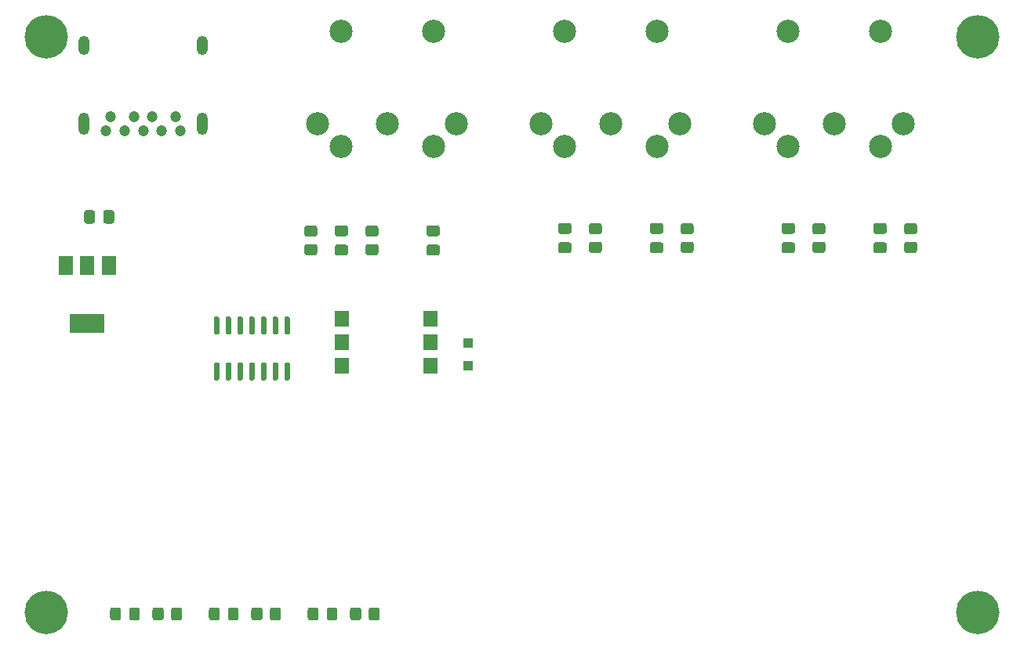
<source format=gbr>
%TF.GenerationSoftware,KiCad,Pcbnew,(5.1.10)-1*%
%TF.CreationDate,2021-06-22T22:03:27+02:00*%
%TF.ProjectId,mister-midi-pcb,6d697374-6572-42d6-9d69-64692d706362,rev?*%
%TF.SameCoordinates,Original*%
%TF.FileFunction,Soldermask,Top*%
%TF.FilePolarity,Negative*%
%FSLAX46Y46*%
G04 Gerber Fmt 4.6, Leading zero omitted, Abs format (unit mm)*
G04 Created by KiCad (PCBNEW (5.1.10)-1) date 2021-06-22 22:03:27*
%MOMM*%
%LPD*%
G01*
G04 APERTURE LIST*
%ADD10C,1.200000*%
%ADD11O,1.200000X2.400000*%
%ADD12O,1.200000X2.100000*%
%ADD13C,4.700000*%
%ADD14R,1.000000X1.000000*%
%ADD15C,2.500000*%
%ADD16R,1.500000X1.780000*%
%ADD17R,3.800000X2.000000*%
%ADD18R,1.500000X2.000000*%
G04 APERTURE END LIST*
D10*
%TO.C,J2*%
X78105000Y-88011000D03*
X75605000Y-88011000D03*
X73605000Y-88011000D03*
X71105000Y-88011000D03*
X70605000Y-89511000D03*
X72605000Y-89511000D03*
X74605000Y-89511000D03*
X76605000Y-89511000D03*
X78605000Y-89511000D03*
D11*
X68205000Y-88761000D03*
X81005000Y-88761000D03*
D12*
X68205000Y-80261000D03*
X81005000Y-80261000D03*
%TD*%
D13*
%TO.C,REF\u002A\u002A*%
X164719000Y-141605000D03*
%TD*%
%TO.C,REF\u002A\u002A*%
X64135000Y-141605000D03*
%TD*%
%TO.C,REF\u002A\u002A*%
X164719000Y-79375000D03*
%TD*%
%TO.C,REF\u002A\u002A*%
X64135000Y-79375000D03*
%TD*%
%TO.C,C1*%
G36*
G01*
X68225000Y-99281000D02*
X68225000Y-98331000D01*
G75*
G02*
X68475000Y-98081000I250000J0D01*
G01*
X69150000Y-98081000D01*
G75*
G02*
X69400000Y-98331000I0J-250000D01*
G01*
X69400000Y-99281000D01*
G75*
G02*
X69150000Y-99531000I-250000J0D01*
G01*
X68475000Y-99531000D01*
G75*
G02*
X68225000Y-99281000I0J250000D01*
G01*
G37*
G36*
G01*
X70300000Y-99281000D02*
X70300000Y-98331000D01*
G75*
G02*
X70550000Y-98081000I250000J0D01*
G01*
X71225000Y-98081000D01*
G75*
G02*
X71475000Y-98331000I0J-250000D01*
G01*
X71475000Y-99281000D01*
G75*
G02*
X71225000Y-99531000I-250000J0D01*
G01*
X70550000Y-99531000D01*
G75*
G02*
X70300000Y-99281000I0J250000D01*
G01*
G37*
%TD*%
D14*
%TO.C,D1*%
X109728000Y-114915000D03*
X109728000Y-112415000D03*
%TD*%
%TO.C,D2*%
G36*
G01*
X71044000Y-142182001D02*
X71044000Y-141281999D01*
G75*
G02*
X71293999Y-141032000I249999J0D01*
G01*
X71944001Y-141032000D01*
G75*
G02*
X72194000Y-141281999I0J-249999D01*
G01*
X72194000Y-142182001D01*
G75*
G02*
X71944001Y-142432000I-249999J0D01*
G01*
X71293999Y-142432000D01*
G75*
G02*
X71044000Y-142182001I0J249999D01*
G01*
G37*
G36*
G01*
X73094000Y-142182001D02*
X73094000Y-141281999D01*
G75*
G02*
X73343999Y-141032000I249999J0D01*
G01*
X73994001Y-141032000D01*
G75*
G02*
X74244000Y-141281999I0J-249999D01*
G01*
X74244000Y-142182001D01*
G75*
G02*
X73994001Y-142432000I-249999J0D01*
G01*
X73343999Y-142432000D01*
G75*
G02*
X73094000Y-142182001I0J249999D01*
G01*
G37*
%TD*%
D15*
%TO.C,J1*%
X108465000Y-88725000D03*
X95965000Y-91225000D03*
X100965000Y-88725000D03*
X93465000Y-88725000D03*
X105965000Y-91225000D03*
X95965000Y-78725000D03*
X105965000Y-78725000D03*
%TD*%
%TO.C,J3*%
X130095000Y-78725000D03*
X120095000Y-78725000D03*
X130095000Y-91225000D03*
X117595000Y-88725000D03*
X125095000Y-88725000D03*
X120095000Y-91225000D03*
X132595000Y-88725000D03*
%TD*%
%TO.C,J4*%
X156725000Y-88725000D03*
X144225000Y-91225000D03*
X149225000Y-88725000D03*
X141725000Y-88725000D03*
X154225000Y-91225000D03*
X144225000Y-78725000D03*
X154225000Y-78725000D03*
%TD*%
%TO.C,R1*%
G36*
G01*
X98863999Y-99746000D02*
X99764001Y-99746000D01*
G75*
G02*
X100014000Y-99995999I0J-249999D01*
G01*
X100014000Y-100696001D01*
G75*
G02*
X99764001Y-100946000I-249999J0D01*
G01*
X98863999Y-100946000D01*
G75*
G02*
X98614000Y-100696001I0J249999D01*
G01*
X98614000Y-99995999D01*
G75*
G02*
X98863999Y-99746000I249999J0D01*
G01*
G37*
G36*
G01*
X98863999Y-101746000D02*
X99764001Y-101746000D01*
G75*
G02*
X100014000Y-101995999I0J-249999D01*
G01*
X100014000Y-102696001D01*
G75*
G02*
X99764001Y-102946000I-249999J0D01*
G01*
X98863999Y-102946000D01*
G75*
G02*
X98614000Y-102696001I0J249999D01*
G01*
X98614000Y-101995999D01*
G75*
G02*
X98863999Y-101746000I249999J0D01*
G01*
G37*
%TD*%
%TO.C,R2*%
G36*
G01*
X92259999Y-101746000D02*
X93160001Y-101746000D01*
G75*
G02*
X93410000Y-101995999I0J-249999D01*
G01*
X93410000Y-102696001D01*
G75*
G02*
X93160001Y-102946000I-249999J0D01*
G01*
X92259999Y-102946000D01*
G75*
G02*
X92010000Y-102696001I0J249999D01*
G01*
X92010000Y-101995999D01*
G75*
G02*
X92259999Y-101746000I249999J0D01*
G01*
G37*
G36*
G01*
X92259999Y-99746000D02*
X93160001Y-99746000D01*
G75*
G02*
X93410000Y-99995999I0J-249999D01*
G01*
X93410000Y-100696001D01*
G75*
G02*
X93160001Y-100946000I-249999J0D01*
G01*
X92259999Y-100946000D01*
G75*
G02*
X92010000Y-100696001I0J249999D01*
G01*
X92010000Y-99995999D01*
G75*
G02*
X92259999Y-99746000I249999J0D01*
G01*
G37*
%TD*%
%TO.C,R3*%
G36*
G01*
X77616000Y-142182001D02*
X77616000Y-141281999D01*
G75*
G02*
X77865999Y-141032000I249999J0D01*
G01*
X78566001Y-141032000D01*
G75*
G02*
X78816000Y-141281999I0J-249999D01*
G01*
X78816000Y-142182001D01*
G75*
G02*
X78566001Y-142432000I-249999J0D01*
G01*
X77865999Y-142432000D01*
G75*
G02*
X77616000Y-142182001I0J249999D01*
G01*
G37*
G36*
G01*
X75616000Y-142182001D02*
X75616000Y-141281999D01*
G75*
G02*
X75865999Y-141032000I249999J0D01*
G01*
X76566001Y-141032000D01*
G75*
G02*
X76816000Y-141281999I0J-249999D01*
G01*
X76816000Y-142182001D01*
G75*
G02*
X76566001Y-142432000I-249999J0D01*
G01*
X75865999Y-142432000D01*
G75*
G02*
X75616000Y-142182001I0J249999D01*
G01*
G37*
%TD*%
%TO.C,R4*%
G36*
G01*
X123894001Y-102692000D02*
X122993999Y-102692000D01*
G75*
G02*
X122744000Y-102442001I0J249999D01*
G01*
X122744000Y-101741999D01*
G75*
G02*
X122993999Y-101492000I249999J0D01*
G01*
X123894001Y-101492000D01*
G75*
G02*
X124144000Y-101741999I0J-249999D01*
G01*
X124144000Y-102442001D01*
G75*
G02*
X123894001Y-102692000I-249999J0D01*
G01*
G37*
G36*
G01*
X123894001Y-100692000D02*
X122993999Y-100692000D01*
G75*
G02*
X122744000Y-100442001I0J249999D01*
G01*
X122744000Y-99741999D01*
G75*
G02*
X122993999Y-99492000I249999J0D01*
G01*
X123894001Y-99492000D01*
G75*
G02*
X124144000Y-99741999I0J-249999D01*
G01*
X124144000Y-100442001D01*
G75*
G02*
X123894001Y-100692000I-249999J0D01*
G01*
G37*
%TD*%
%TO.C,R5*%
G36*
G01*
X148024001Y-102692000D02*
X147123999Y-102692000D01*
G75*
G02*
X146874000Y-102442001I0J249999D01*
G01*
X146874000Y-101741999D01*
G75*
G02*
X147123999Y-101492000I249999J0D01*
G01*
X148024001Y-101492000D01*
G75*
G02*
X148274000Y-101741999I0J-249999D01*
G01*
X148274000Y-102442001D01*
G75*
G02*
X148024001Y-102692000I-249999J0D01*
G01*
G37*
G36*
G01*
X148024001Y-100692000D02*
X147123999Y-100692000D01*
G75*
G02*
X146874000Y-100442001I0J249999D01*
G01*
X146874000Y-99741999D01*
G75*
G02*
X147123999Y-99492000I249999J0D01*
G01*
X148024001Y-99492000D01*
G75*
G02*
X148274000Y-99741999I0J-249999D01*
G01*
X148274000Y-100442001D01*
G75*
G02*
X148024001Y-100692000I-249999J0D01*
G01*
G37*
%TD*%
%TO.C,R6*%
G36*
G01*
X132899999Y-101492000D02*
X133800001Y-101492000D01*
G75*
G02*
X134050000Y-101741999I0J-249999D01*
G01*
X134050000Y-102442001D01*
G75*
G02*
X133800001Y-102692000I-249999J0D01*
G01*
X132899999Y-102692000D01*
G75*
G02*
X132650000Y-102442001I0J249999D01*
G01*
X132650000Y-101741999D01*
G75*
G02*
X132899999Y-101492000I249999J0D01*
G01*
G37*
G36*
G01*
X132899999Y-99492000D02*
X133800001Y-99492000D01*
G75*
G02*
X134050000Y-99741999I0J-249999D01*
G01*
X134050000Y-100442001D01*
G75*
G02*
X133800001Y-100692000I-249999J0D01*
G01*
X132899999Y-100692000D01*
G75*
G02*
X132650000Y-100442001I0J249999D01*
G01*
X132650000Y-99741999D01*
G75*
G02*
X132899999Y-99492000I249999J0D01*
G01*
G37*
%TD*%
%TO.C,R7*%
G36*
G01*
X157930001Y-102692000D02*
X157029999Y-102692000D01*
G75*
G02*
X156780000Y-102442001I0J249999D01*
G01*
X156780000Y-101741999D01*
G75*
G02*
X157029999Y-101492000I249999J0D01*
G01*
X157930001Y-101492000D01*
G75*
G02*
X158180000Y-101741999I0J-249999D01*
G01*
X158180000Y-102442001D01*
G75*
G02*
X157930001Y-102692000I-249999J0D01*
G01*
G37*
G36*
G01*
X157930001Y-100692000D02*
X157029999Y-100692000D01*
G75*
G02*
X156780000Y-100442001I0J249999D01*
G01*
X156780000Y-99741999D01*
G75*
G02*
X157029999Y-99492000I249999J0D01*
G01*
X157930001Y-99492000D01*
G75*
G02*
X158180000Y-99741999I0J-249999D01*
G01*
X158180000Y-100442001D01*
G75*
G02*
X157930001Y-100692000I-249999J0D01*
G01*
G37*
%TD*%
D16*
%TO.C,U1*%
X105603000Y-114935000D03*
X96073000Y-109855000D03*
X105603000Y-112395000D03*
X96073000Y-112395000D03*
X105603000Y-109855000D03*
X96073000Y-114935000D03*
%TD*%
%TO.C,D3*%
G36*
G01*
X81712000Y-142182001D02*
X81712000Y-141281999D01*
G75*
G02*
X81961999Y-141032000I249999J0D01*
G01*
X82612001Y-141032000D01*
G75*
G02*
X82862000Y-141281999I0J-249999D01*
G01*
X82862000Y-142182001D01*
G75*
G02*
X82612001Y-142432000I-249999J0D01*
G01*
X81961999Y-142432000D01*
G75*
G02*
X81712000Y-142182001I0J249999D01*
G01*
G37*
G36*
G01*
X83762000Y-142182001D02*
X83762000Y-141281999D01*
G75*
G02*
X84011999Y-141032000I249999J0D01*
G01*
X84662001Y-141032000D01*
G75*
G02*
X84912000Y-141281999I0J-249999D01*
G01*
X84912000Y-142182001D01*
G75*
G02*
X84662001Y-142432000I-249999J0D01*
G01*
X84011999Y-142432000D01*
G75*
G02*
X83762000Y-142182001I0J249999D01*
G01*
G37*
%TD*%
%TO.C,D4*%
G36*
G01*
X94430000Y-142182001D02*
X94430000Y-141281999D01*
G75*
G02*
X94679999Y-141032000I249999J0D01*
G01*
X95330001Y-141032000D01*
G75*
G02*
X95580000Y-141281999I0J-249999D01*
G01*
X95580000Y-142182001D01*
G75*
G02*
X95330001Y-142432000I-249999J0D01*
G01*
X94679999Y-142432000D01*
G75*
G02*
X94430000Y-142182001I0J249999D01*
G01*
G37*
G36*
G01*
X92380000Y-142182001D02*
X92380000Y-141281999D01*
G75*
G02*
X92629999Y-141032000I249999J0D01*
G01*
X93280001Y-141032000D01*
G75*
G02*
X93530000Y-141281999I0J-249999D01*
G01*
X93530000Y-142182001D01*
G75*
G02*
X93280001Y-142432000I-249999J0D01*
G01*
X92629999Y-142432000D01*
G75*
G02*
X92380000Y-142182001I0J249999D01*
G01*
G37*
%TD*%
%TO.C,FB1*%
G36*
G01*
X96487000Y-102971000D02*
X95537000Y-102971000D01*
G75*
G02*
X95287000Y-102721000I0J250000D01*
G01*
X95287000Y-102046000D01*
G75*
G02*
X95537000Y-101796000I250000J0D01*
G01*
X96487000Y-101796000D01*
G75*
G02*
X96737000Y-102046000I0J-250000D01*
G01*
X96737000Y-102721000D01*
G75*
G02*
X96487000Y-102971000I-250000J0D01*
G01*
G37*
G36*
G01*
X96487000Y-100896000D02*
X95537000Y-100896000D01*
G75*
G02*
X95287000Y-100646000I0J250000D01*
G01*
X95287000Y-99971000D01*
G75*
G02*
X95537000Y-99721000I250000J0D01*
G01*
X96487000Y-99721000D01*
G75*
G02*
X96737000Y-99971000I0J-250000D01*
G01*
X96737000Y-100646000D01*
G75*
G02*
X96487000Y-100896000I-250000J0D01*
G01*
G37*
%TD*%
%TO.C,FB2*%
G36*
G01*
X106393000Y-100896000D02*
X105443000Y-100896000D01*
G75*
G02*
X105193000Y-100646000I0J250000D01*
G01*
X105193000Y-99971000D01*
G75*
G02*
X105443000Y-99721000I250000J0D01*
G01*
X106393000Y-99721000D01*
G75*
G02*
X106643000Y-99971000I0J-250000D01*
G01*
X106643000Y-100646000D01*
G75*
G02*
X106393000Y-100896000I-250000J0D01*
G01*
G37*
G36*
G01*
X106393000Y-102971000D02*
X105443000Y-102971000D01*
G75*
G02*
X105193000Y-102721000I0J250000D01*
G01*
X105193000Y-102046000D01*
G75*
G02*
X105443000Y-101796000I250000J0D01*
G01*
X106393000Y-101796000D01*
G75*
G02*
X106643000Y-102046000I0J-250000D01*
G01*
X106643000Y-102721000D01*
G75*
G02*
X106393000Y-102971000I-250000J0D01*
G01*
G37*
%TD*%
%TO.C,FB3*%
G36*
G01*
X129573000Y-99467000D02*
X130523000Y-99467000D01*
G75*
G02*
X130773000Y-99717000I0J-250000D01*
G01*
X130773000Y-100392000D01*
G75*
G02*
X130523000Y-100642000I-250000J0D01*
G01*
X129573000Y-100642000D01*
G75*
G02*
X129323000Y-100392000I0J250000D01*
G01*
X129323000Y-99717000D01*
G75*
G02*
X129573000Y-99467000I250000J0D01*
G01*
G37*
G36*
G01*
X129573000Y-101542000D02*
X130523000Y-101542000D01*
G75*
G02*
X130773000Y-101792000I0J-250000D01*
G01*
X130773000Y-102467000D01*
G75*
G02*
X130523000Y-102717000I-250000J0D01*
G01*
X129573000Y-102717000D01*
G75*
G02*
X129323000Y-102467000I0J250000D01*
G01*
X129323000Y-101792000D01*
G75*
G02*
X129573000Y-101542000I250000J0D01*
G01*
G37*
%TD*%
%TO.C,FB4*%
G36*
G01*
X153703000Y-101542000D02*
X154653000Y-101542000D01*
G75*
G02*
X154903000Y-101792000I0J-250000D01*
G01*
X154903000Y-102467000D01*
G75*
G02*
X154653000Y-102717000I-250000J0D01*
G01*
X153703000Y-102717000D01*
G75*
G02*
X153453000Y-102467000I0J250000D01*
G01*
X153453000Y-101792000D01*
G75*
G02*
X153703000Y-101542000I250000J0D01*
G01*
G37*
G36*
G01*
X153703000Y-99467000D02*
X154653000Y-99467000D01*
G75*
G02*
X154903000Y-99717000I0J-250000D01*
G01*
X154903000Y-100392000D01*
G75*
G02*
X154653000Y-100642000I-250000J0D01*
G01*
X153703000Y-100642000D01*
G75*
G02*
X153453000Y-100392000I0J250000D01*
G01*
X153453000Y-99717000D01*
G75*
G02*
X153703000Y-99467000I250000J0D01*
G01*
G37*
%TD*%
%TO.C,FB5*%
G36*
G01*
X120617000Y-100642000D02*
X119667000Y-100642000D01*
G75*
G02*
X119417000Y-100392000I0J250000D01*
G01*
X119417000Y-99717000D01*
G75*
G02*
X119667000Y-99467000I250000J0D01*
G01*
X120617000Y-99467000D01*
G75*
G02*
X120867000Y-99717000I0J-250000D01*
G01*
X120867000Y-100392000D01*
G75*
G02*
X120617000Y-100642000I-250000J0D01*
G01*
G37*
G36*
G01*
X120617000Y-102717000D02*
X119667000Y-102717000D01*
G75*
G02*
X119417000Y-102467000I0J250000D01*
G01*
X119417000Y-101792000D01*
G75*
G02*
X119667000Y-101542000I250000J0D01*
G01*
X120617000Y-101542000D01*
G75*
G02*
X120867000Y-101792000I0J-250000D01*
G01*
X120867000Y-102467000D01*
G75*
G02*
X120617000Y-102717000I-250000J0D01*
G01*
G37*
%TD*%
%TO.C,FB6*%
G36*
G01*
X144747000Y-102717000D02*
X143797000Y-102717000D01*
G75*
G02*
X143547000Y-102467000I0J250000D01*
G01*
X143547000Y-101792000D01*
G75*
G02*
X143797000Y-101542000I250000J0D01*
G01*
X144747000Y-101542000D01*
G75*
G02*
X144997000Y-101792000I0J-250000D01*
G01*
X144997000Y-102467000D01*
G75*
G02*
X144747000Y-102717000I-250000J0D01*
G01*
G37*
G36*
G01*
X144747000Y-100642000D02*
X143797000Y-100642000D01*
G75*
G02*
X143547000Y-100392000I0J250000D01*
G01*
X143547000Y-99717000D01*
G75*
G02*
X143797000Y-99467000I250000J0D01*
G01*
X144747000Y-99467000D01*
G75*
G02*
X144997000Y-99717000I0J-250000D01*
G01*
X144997000Y-100392000D01*
G75*
G02*
X144747000Y-100642000I-250000J0D01*
G01*
G37*
%TD*%
%TO.C,R8*%
G36*
G01*
X88284000Y-142182001D02*
X88284000Y-141281999D01*
G75*
G02*
X88533999Y-141032000I249999J0D01*
G01*
X89234001Y-141032000D01*
G75*
G02*
X89484000Y-141281999I0J-249999D01*
G01*
X89484000Y-142182001D01*
G75*
G02*
X89234001Y-142432000I-249999J0D01*
G01*
X88533999Y-142432000D01*
G75*
G02*
X88284000Y-142182001I0J249999D01*
G01*
G37*
G36*
G01*
X86284000Y-142182001D02*
X86284000Y-141281999D01*
G75*
G02*
X86533999Y-141032000I249999J0D01*
G01*
X87234001Y-141032000D01*
G75*
G02*
X87484000Y-141281999I0J-249999D01*
G01*
X87484000Y-142182001D01*
G75*
G02*
X87234001Y-142432000I-249999J0D01*
G01*
X86533999Y-142432000D01*
G75*
G02*
X86284000Y-142182001I0J249999D01*
G01*
G37*
%TD*%
%TO.C,R9*%
G36*
G01*
X96952000Y-142182001D02*
X96952000Y-141281999D01*
G75*
G02*
X97201999Y-141032000I249999J0D01*
G01*
X97902001Y-141032000D01*
G75*
G02*
X98152000Y-141281999I0J-249999D01*
G01*
X98152000Y-142182001D01*
G75*
G02*
X97902001Y-142432000I-249999J0D01*
G01*
X97201999Y-142432000D01*
G75*
G02*
X96952000Y-142182001I0J249999D01*
G01*
G37*
G36*
G01*
X98952000Y-142182001D02*
X98952000Y-141281999D01*
G75*
G02*
X99201999Y-141032000I249999J0D01*
G01*
X99902001Y-141032000D01*
G75*
G02*
X100152000Y-141281999I0J-249999D01*
G01*
X100152000Y-142182001D01*
G75*
G02*
X99902001Y-142432000I-249999J0D01*
G01*
X99201999Y-142432000D01*
G75*
G02*
X98952000Y-142182001I0J249999D01*
G01*
G37*
%TD*%
%TO.C,U2*%
G36*
G01*
X82700000Y-116480000D02*
X82400000Y-116480000D01*
G75*
G02*
X82250000Y-116330000I0J150000D01*
G01*
X82250000Y-114680000D01*
G75*
G02*
X82400000Y-114530000I150000J0D01*
G01*
X82700000Y-114530000D01*
G75*
G02*
X82850000Y-114680000I0J-150000D01*
G01*
X82850000Y-116330000D01*
G75*
G02*
X82700000Y-116480000I-150000J0D01*
G01*
G37*
G36*
G01*
X83970000Y-116480000D02*
X83670000Y-116480000D01*
G75*
G02*
X83520000Y-116330000I0J150000D01*
G01*
X83520000Y-114680000D01*
G75*
G02*
X83670000Y-114530000I150000J0D01*
G01*
X83970000Y-114530000D01*
G75*
G02*
X84120000Y-114680000I0J-150000D01*
G01*
X84120000Y-116330000D01*
G75*
G02*
X83970000Y-116480000I-150000J0D01*
G01*
G37*
G36*
G01*
X85240000Y-116480000D02*
X84940000Y-116480000D01*
G75*
G02*
X84790000Y-116330000I0J150000D01*
G01*
X84790000Y-114680000D01*
G75*
G02*
X84940000Y-114530000I150000J0D01*
G01*
X85240000Y-114530000D01*
G75*
G02*
X85390000Y-114680000I0J-150000D01*
G01*
X85390000Y-116330000D01*
G75*
G02*
X85240000Y-116480000I-150000J0D01*
G01*
G37*
G36*
G01*
X86510000Y-116480000D02*
X86210000Y-116480000D01*
G75*
G02*
X86060000Y-116330000I0J150000D01*
G01*
X86060000Y-114680000D01*
G75*
G02*
X86210000Y-114530000I150000J0D01*
G01*
X86510000Y-114530000D01*
G75*
G02*
X86660000Y-114680000I0J-150000D01*
G01*
X86660000Y-116330000D01*
G75*
G02*
X86510000Y-116480000I-150000J0D01*
G01*
G37*
G36*
G01*
X87780000Y-116480000D02*
X87480000Y-116480000D01*
G75*
G02*
X87330000Y-116330000I0J150000D01*
G01*
X87330000Y-114680000D01*
G75*
G02*
X87480000Y-114530000I150000J0D01*
G01*
X87780000Y-114530000D01*
G75*
G02*
X87930000Y-114680000I0J-150000D01*
G01*
X87930000Y-116330000D01*
G75*
G02*
X87780000Y-116480000I-150000J0D01*
G01*
G37*
G36*
G01*
X89050000Y-116480000D02*
X88750000Y-116480000D01*
G75*
G02*
X88600000Y-116330000I0J150000D01*
G01*
X88600000Y-114680000D01*
G75*
G02*
X88750000Y-114530000I150000J0D01*
G01*
X89050000Y-114530000D01*
G75*
G02*
X89200000Y-114680000I0J-150000D01*
G01*
X89200000Y-116330000D01*
G75*
G02*
X89050000Y-116480000I-150000J0D01*
G01*
G37*
G36*
G01*
X90320000Y-116480000D02*
X90020000Y-116480000D01*
G75*
G02*
X89870000Y-116330000I0J150000D01*
G01*
X89870000Y-114680000D01*
G75*
G02*
X90020000Y-114530000I150000J0D01*
G01*
X90320000Y-114530000D01*
G75*
G02*
X90470000Y-114680000I0J-150000D01*
G01*
X90470000Y-116330000D01*
G75*
G02*
X90320000Y-116480000I-150000J0D01*
G01*
G37*
G36*
G01*
X90320000Y-111530000D02*
X90020000Y-111530000D01*
G75*
G02*
X89870000Y-111380000I0J150000D01*
G01*
X89870000Y-109730000D01*
G75*
G02*
X90020000Y-109580000I150000J0D01*
G01*
X90320000Y-109580000D01*
G75*
G02*
X90470000Y-109730000I0J-150000D01*
G01*
X90470000Y-111380000D01*
G75*
G02*
X90320000Y-111530000I-150000J0D01*
G01*
G37*
G36*
G01*
X89050000Y-111530000D02*
X88750000Y-111530000D01*
G75*
G02*
X88600000Y-111380000I0J150000D01*
G01*
X88600000Y-109730000D01*
G75*
G02*
X88750000Y-109580000I150000J0D01*
G01*
X89050000Y-109580000D01*
G75*
G02*
X89200000Y-109730000I0J-150000D01*
G01*
X89200000Y-111380000D01*
G75*
G02*
X89050000Y-111530000I-150000J0D01*
G01*
G37*
G36*
G01*
X87780000Y-111530000D02*
X87480000Y-111530000D01*
G75*
G02*
X87330000Y-111380000I0J150000D01*
G01*
X87330000Y-109730000D01*
G75*
G02*
X87480000Y-109580000I150000J0D01*
G01*
X87780000Y-109580000D01*
G75*
G02*
X87930000Y-109730000I0J-150000D01*
G01*
X87930000Y-111380000D01*
G75*
G02*
X87780000Y-111530000I-150000J0D01*
G01*
G37*
G36*
G01*
X86510000Y-111530000D02*
X86210000Y-111530000D01*
G75*
G02*
X86060000Y-111380000I0J150000D01*
G01*
X86060000Y-109730000D01*
G75*
G02*
X86210000Y-109580000I150000J0D01*
G01*
X86510000Y-109580000D01*
G75*
G02*
X86660000Y-109730000I0J-150000D01*
G01*
X86660000Y-111380000D01*
G75*
G02*
X86510000Y-111530000I-150000J0D01*
G01*
G37*
G36*
G01*
X85240000Y-111530000D02*
X84940000Y-111530000D01*
G75*
G02*
X84790000Y-111380000I0J150000D01*
G01*
X84790000Y-109730000D01*
G75*
G02*
X84940000Y-109580000I150000J0D01*
G01*
X85240000Y-109580000D01*
G75*
G02*
X85390000Y-109730000I0J-150000D01*
G01*
X85390000Y-111380000D01*
G75*
G02*
X85240000Y-111530000I-150000J0D01*
G01*
G37*
G36*
G01*
X83970000Y-111530000D02*
X83670000Y-111530000D01*
G75*
G02*
X83520000Y-111380000I0J150000D01*
G01*
X83520000Y-109730000D01*
G75*
G02*
X83670000Y-109580000I150000J0D01*
G01*
X83970000Y-109580000D01*
G75*
G02*
X84120000Y-109730000I0J-150000D01*
G01*
X84120000Y-111380000D01*
G75*
G02*
X83970000Y-111530000I-150000J0D01*
G01*
G37*
G36*
G01*
X82700000Y-111530000D02*
X82400000Y-111530000D01*
G75*
G02*
X82250000Y-111380000I0J150000D01*
G01*
X82250000Y-109730000D01*
G75*
G02*
X82400000Y-109580000I150000J0D01*
G01*
X82700000Y-109580000D01*
G75*
G02*
X82850000Y-109730000I0J-150000D01*
G01*
X82850000Y-111380000D01*
G75*
G02*
X82700000Y-111530000I-150000J0D01*
G01*
G37*
%TD*%
D17*
%TO.C,U3*%
X68580000Y-110338000D03*
D18*
X68580000Y-104038000D03*
X66280000Y-104038000D03*
X70880000Y-104038000D03*
%TD*%
M02*

</source>
